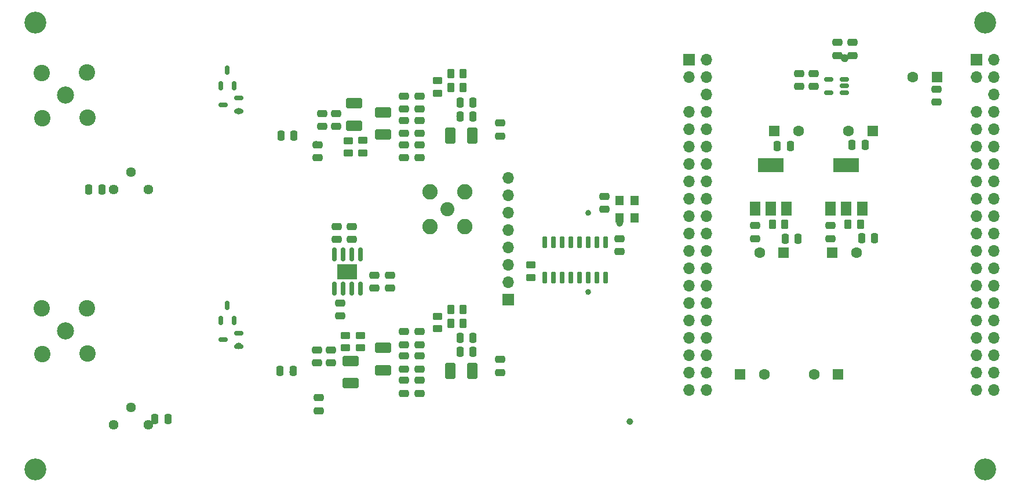
<source format=gbr>
%TF.GenerationSoftware,KiCad,Pcbnew,8.0.2*%
%TF.CreationDate,2024-10-09T13:35:06+01:00*%
%TF.ProjectId,MISRC V1.5,4d495352-4320-4563-912e-352e6b696361,0.3*%
%TF.SameCoordinates,Original*%
%TF.FileFunction,Soldermask,Bot*%
%TF.FilePolarity,Negative*%
%FSLAX46Y46*%
G04 Gerber Fmt 4.6, Leading zero omitted, Abs format (unit mm)*
G04 Created by KiCad (PCBNEW 8.0.2) date 2024-10-09 13:35:06*
%MOMM*%
%LPD*%
G01*
G04 APERTURE LIST*
G04 Aperture macros list*
%AMRoundRect*
0 Rectangle with rounded corners*
0 $1 Rounding radius*
0 $2 $3 $4 $5 $6 $7 $8 $9 X,Y pos of 4 corners*
0 Add a 4 corners polygon primitive as box body*
4,1,4,$2,$3,$4,$5,$6,$7,$8,$9,$2,$3,0*
0 Add four circle primitives for the rounded corners*
1,1,$1+$1,$2,$3*
1,1,$1+$1,$4,$5*
1,1,$1+$1,$6,$7*
1,1,$1+$1,$8,$9*
0 Add four rect primitives between the rounded corners*
20,1,$1+$1,$2,$3,$4,$5,0*
20,1,$1+$1,$4,$5,$6,$7,0*
20,1,$1+$1,$6,$7,$8,$9,0*
20,1,$1+$1,$8,$9,$2,$3,0*%
G04 Aperture macros list end*
%ADD10C,0.476609*%
%ADD11C,0.434210*%
%ADD12C,0.150000*%
%ADD13C,0.598634*%
%ADD14R,1.600000X1.600000*%
%ADD15C,1.600000*%
%ADD16R,1.700000X1.700000*%
%ADD17O,1.700000X1.700000*%
%ADD18C,3.200000*%
%ADD19C,2.050000*%
%ADD20C,2.250000*%
%ADD21C,1.440000*%
%ADD22C,2.500000*%
%ADD23C,2.400000*%
%ADD24RoundRect,0.250000X-0.250000X-0.475000X0.250000X-0.475000X0.250000X0.475000X-0.250000X0.475000X0*%
%ADD25RoundRect,0.250001X-0.924999X0.499999X-0.924999X-0.499999X0.924999X-0.499999X0.924999X0.499999X0*%
%ADD26RoundRect,0.250000X-0.475000X0.250000X-0.475000X-0.250000X0.475000X-0.250000X0.475000X0.250000X0*%
%ADD27RoundRect,0.250000X0.475000X-0.250000X0.475000X0.250000X-0.475000X0.250000X-0.475000X-0.250000X0*%
%ADD28R,1.200000X1.400000*%
%ADD29RoundRect,0.150000X0.150000X-0.512500X0.150000X0.512500X-0.150000X0.512500X-0.150000X-0.512500X0*%
%ADD30RoundRect,0.250000X-0.450000X0.262500X-0.450000X-0.262500X0.450000X-0.262500X0.450000X0.262500X0*%
%ADD31RoundRect,0.250000X-0.262500X-0.450000X0.262500X-0.450000X0.262500X0.450000X-0.262500X0.450000X0*%
%ADD32RoundRect,0.250000X0.262500X0.450000X-0.262500X0.450000X-0.262500X-0.450000X0.262500X-0.450000X0*%
%ADD33R,1.500000X2.000000*%
%ADD34R,3.800000X2.000000*%
%ADD35RoundRect,0.150000X0.150000X-0.825000X0.150000X0.825000X-0.150000X0.825000X-0.150000X-0.825000X0*%
%ADD36R,3.000000X2.290000*%
%ADD37RoundRect,0.250001X0.924999X-0.499999X0.924999X0.499999X-0.924999X0.499999X-0.924999X-0.499999X0*%
%ADD38RoundRect,0.250000X0.250000X0.475000X-0.250000X0.475000X-0.250000X-0.475000X0.250000X-0.475000X0*%
%ADD39RoundRect,0.250000X0.450000X-0.262500X0.450000X0.262500X-0.450000X0.262500X-0.450000X-0.262500X0*%
%ADD40RoundRect,0.250001X-0.499999X-0.924999X0.499999X-0.924999X0.499999X0.924999X-0.499999X0.924999X0*%
%ADD41RoundRect,0.150000X0.512500X0.150000X-0.512500X0.150000X-0.512500X-0.150000X0.512500X-0.150000X0*%
%ADD42RoundRect,0.150000X0.150000X-0.725000X0.150000X0.725000X-0.150000X0.725000X-0.150000X-0.725000X0*%
G04 APERTURE END LIST*
D10*
X102092304Y-117983000D02*
G75*
G02*
X101615696Y-117983000I-238304J0D01*
G01*
X101615696Y-117983000D02*
G75*
G02*
X102092304Y-117983000I238304J0D01*
G01*
D11*
X145251105Y-94742000D02*
G75*
G02*
X144816895Y-94742000I-217105J0D01*
G01*
X144816895Y-94742000D02*
G75*
G02*
X145251105Y-94742000I217105J0D01*
G01*
D12*
X126639609Y-80645000D02*
G75*
G02*
X125836391Y-80645000I-401609J0D01*
G01*
X125836391Y-80645000D02*
G75*
G02*
X126639609Y-80645000I401609J0D01*
G01*
X132862609Y-81534000D02*
G75*
G02*
X132059391Y-81534000I-401609J0D01*
G01*
X132059391Y-81534000D02*
G75*
G02*
X132862609Y-81534000I401609J0D01*
G01*
D10*
X94197695Y-114173000D02*
G75*
G02*
X93721087Y-114173000I-238304J0D01*
G01*
X93721087Y-114173000D02*
G75*
G02*
X94197695Y-114173000I238304J0D01*
G01*
D12*
X123444000Y-77216000D02*
G75*
G02*
X122682000Y-77216000I-381000J0D01*
G01*
X122682000Y-77216000D02*
G75*
G02*
X123444000Y-77216000I381000J0D01*
G01*
D11*
X145251105Y-106299000D02*
G75*
G02*
X144816895Y-106299000I-217105J0D01*
G01*
X144816895Y-106299000D02*
G75*
G02*
X145251105Y-106299000I217105J0D01*
G01*
D10*
X151347695Y-125222000D02*
G75*
G02*
X150871087Y-125222000I-238304J0D01*
G01*
X150871087Y-125222000D02*
G75*
G02*
X151347695Y-125222000I238304J0D01*
G01*
X105521304Y-84709000D02*
G75*
G02*
X105044696Y-84709000I-238304J0D01*
G01*
X105044696Y-84709000D02*
G75*
G02*
X105521304Y-84709000I238304J0D01*
G01*
X94197695Y-79883000D02*
G75*
G02*
X93721087Y-79883000I-238304J0D01*
G01*
X93721087Y-79883000D02*
G75*
G02*
X94197695Y-79883000I238304J0D01*
G01*
X149864913Y-96266000D02*
G75*
G02*
X149388305Y-96266000I-238304J0D01*
G01*
X149388305Y-96266000D02*
G75*
G02*
X149864913Y-96266000I238304J0D01*
G01*
D13*
X182798317Y-72136000D02*
G75*
G02*
X182199683Y-72136000I-299317J0D01*
G01*
X182199683Y-72136000D02*
G75*
G02*
X182798317Y-72136000I299317J0D01*
G01*
D14*
%TO.C,C19*%
X181554000Y-118364000D03*
D15*
X178054000Y-118364000D03*
%TD*%
D16*
%TO.C,J2*%
X133350000Y-107442000D03*
D17*
X133350000Y-104902000D03*
X133350000Y-102362000D03*
X133350000Y-99822000D03*
X133350000Y-97282000D03*
X133350000Y-94742000D03*
X133350000Y-92202000D03*
X133350000Y-89662000D03*
%TD*%
D18*
%TO.C,H3*%
X203073000Y-132207000D03*
%TD*%
D16*
%TO.C,J3*%
X201803000Y-72390000D03*
D17*
X204343000Y-72390000D03*
X201803000Y-74930000D03*
X204343000Y-74930000D03*
X204343000Y-77470000D03*
X201803000Y-80010000D03*
X204343000Y-80010000D03*
X201803000Y-82550000D03*
X204343000Y-82550000D03*
X201803000Y-85090000D03*
X204343000Y-85090000D03*
X201803000Y-87630000D03*
X204343000Y-87630000D03*
X201803000Y-90170000D03*
X204343000Y-90170000D03*
X201803000Y-92710000D03*
X204343000Y-92710000D03*
X201803000Y-95250000D03*
X204343000Y-95250000D03*
X201803000Y-97790000D03*
X204343000Y-97790000D03*
X201803000Y-100330000D03*
X204343000Y-100330000D03*
X201803000Y-102870000D03*
X204343000Y-102870000D03*
X201803000Y-105410000D03*
X204343000Y-105410000D03*
X201803000Y-107950000D03*
X204343000Y-107950000D03*
X201803000Y-110490000D03*
X204343000Y-110490000D03*
X201803000Y-113030000D03*
X204343000Y-113030000D03*
X201803000Y-115570000D03*
X204343000Y-115570000D03*
X201803000Y-118110000D03*
X204343000Y-118110000D03*
X201803000Y-120650000D03*
X204343000Y-120650000D03*
%TD*%
D19*
%TO.C,J1*%
X124460000Y-94234000D03*
D20*
X121920000Y-91694000D03*
X121920000Y-96774000D03*
X127000000Y-91694000D03*
X127000000Y-96774000D03*
%TD*%
D21*
%TO.C,RV201*%
X75692000Y-91313000D03*
X78232000Y-88773000D03*
X80772000Y-91313000D03*
%TD*%
D14*
%TO.C,C17*%
X180721000Y-100584000D03*
D15*
X184221000Y-100584000D03*
%TD*%
D14*
%TO.C,C11*%
X186564651Y-82804000D03*
D15*
X183064651Y-82804000D03*
%TD*%
D18*
%TO.C,H2*%
X64262000Y-132207000D03*
%TD*%
D22*
%TO.C,J201*%
X68640000Y-77550000D03*
D23*
X65200000Y-74270000D03*
X71800000Y-74260000D03*
X65240000Y-80950000D03*
X71850000Y-80840000D03*
%TD*%
D14*
%TO.C,C10*%
X172240000Y-82801000D03*
D15*
X175740000Y-82801000D03*
%TD*%
D14*
%TO.C,C6*%
X195962651Y-74930000D03*
D15*
X192462651Y-74930000D03*
%TD*%
D14*
%TO.C,C18*%
X167259000Y-118364000D03*
D15*
X170759000Y-118364000D03*
%TD*%
D18*
%TO.C,H1*%
X64262000Y-66929000D03*
%TD*%
D22*
%TO.C,J201*%
X68645000Y-111960000D03*
D23*
X65205000Y-108680000D03*
X71805000Y-108670000D03*
X65245000Y-115360000D03*
X71855000Y-115250000D03*
%TD*%
D14*
%TO.C,C16*%
X173609000Y-100584000D03*
D15*
X170109000Y-100584000D03*
%TD*%
D18*
%TO.C,H4*%
X203073000Y-66929000D03*
%TD*%
D21*
%TO.C,RV101*%
X75707000Y-125685000D03*
X78247000Y-123145000D03*
X80787000Y-125685000D03*
%TD*%
D16*
%TO.C,J4*%
X159800000Y-72390000D03*
D17*
X162340000Y-72390000D03*
X159800000Y-74930000D03*
X162340000Y-74930000D03*
X162340000Y-77470000D03*
X159800000Y-80010000D03*
X162340000Y-80010000D03*
X159800000Y-82550000D03*
X162340000Y-82550000D03*
X159800000Y-85090000D03*
X162340000Y-85090000D03*
X159800000Y-87630000D03*
X162340000Y-87630000D03*
X159800000Y-90170000D03*
X162340000Y-90170000D03*
X159800000Y-92710000D03*
X162340000Y-92710000D03*
X159800000Y-95250000D03*
X162340000Y-95250000D03*
X159800000Y-97790000D03*
X162340000Y-97790000D03*
X159800000Y-100330000D03*
X162340000Y-100330000D03*
X159800000Y-102870000D03*
X162340000Y-102870000D03*
X159800000Y-105410000D03*
X162340000Y-105410000D03*
X159800000Y-107950000D03*
X162340000Y-107950000D03*
X159800000Y-110490000D03*
X162340000Y-110490000D03*
X159800000Y-113030000D03*
X162340000Y-113030000D03*
X159800000Y-115570000D03*
X162340000Y-115570000D03*
X159800000Y-118110000D03*
X162340000Y-118110000D03*
X159800000Y-120650000D03*
X162340000Y-120650000D03*
%TD*%
D24*
%TO.C,C122*%
X100015000Y-117856000D03*
X101915000Y-117856000D03*
%TD*%
D25*
%TO.C,C102*%
X110363000Y-116358000D03*
X110363000Y-119608000D03*
%TD*%
D26*
%TO.C,C226*%
X132207000Y-81600000D03*
X132207000Y-83500000D03*
%TD*%
D27*
%TO.C,C221*%
X118097000Y-83119000D03*
X118097000Y-81219000D03*
%TD*%
D26*
%TO.C,C20*%
X169418000Y-96586000D03*
X169418000Y-98486000D03*
%TD*%
%TO.C,C8*%
X175831500Y-74361000D03*
X175831500Y-76261000D03*
%TD*%
D28*
%TO.C,X1*%
X149649000Y-95504000D03*
X149649000Y-92964000D03*
X151849000Y-92964000D03*
X151849000Y-95504000D03*
%TD*%
D29*
%TO.C,Q202*%
X93279000Y-76194500D03*
X91379000Y-76194500D03*
X92329000Y-73919500D03*
%TD*%
D30*
%TO.C,R204*%
X112141000Y-84154000D03*
X112141000Y-85979000D03*
%TD*%
D27*
%TO.C,C22*%
X108839000Y-109789000D03*
X108839000Y-107889000D03*
%TD*%
D26*
%TO.C,C21*%
X180467000Y-96586000D03*
X180467000Y-98486000D03*
%TD*%
D31*
%TO.C,R5*%
X182983500Y-96393000D03*
X184808500Y-96393000D03*
%TD*%
D32*
%TO.C,R126*%
X126769500Y-110871000D03*
X124944500Y-110871000D03*
%TD*%
D26*
%TO.C,C114*%
X120396000Y-112080000D03*
X120396000Y-113980000D03*
%TD*%
D24*
%TO.C,C216*%
X126291000Y-80645000D03*
X128191000Y-80645000D03*
%TD*%
D32*
%TO.C,R226*%
X126756500Y-76454000D03*
X124931500Y-76454000D03*
%TD*%
D26*
%TO.C,C213*%
X118097000Y-77663000D03*
X118097000Y-79563000D03*
%TD*%
%TO.C,C7*%
X195961000Y-76647000D03*
X195961000Y-78547000D03*
%TD*%
D33*
%TO.C,Q2*%
X185053000Y-94082000D03*
X182753000Y-94082000D03*
D34*
X182753000Y-87782000D03*
D33*
X180453000Y-94082000D03*
%TD*%
D24*
%TO.C,C15*%
X184978000Y-98425000D03*
X186878000Y-98425000D03*
%TD*%
D27*
%TO.C,C112*%
X118110000Y-121092000D03*
X118110000Y-119192000D03*
%TD*%
%TO.C,C31*%
X147447000Y-94234000D03*
X147447000Y-92334000D03*
%TD*%
D29*
%TO.C,Q102*%
X93279000Y-110490000D03*
X91379000Y-110490000D03*
X92329000Y-108215000D03*
%TD*%
D26*
%TO.C,C223*%
X105537000Y-84775000D03*
X105537000Y-86675000D03*
%TD*%
%TO.C,C214*%
X120383000Y-77663000D03*
X120383000Y-79563000D03*
%TD*%
D35*
%TO.C,U7*%
X111748000Y-105788000D03*
X110478000Y-105788000D03*
X109208000Y-105788000D03*
X107938000Y-105788000D03*
X107938000Y-100838000D03*
X109208000Y-100838000D03*
X110478000Y-100838000D03*
X111748000Y-100838000D03*
D36*
X109843000Y-103313000D03*
%TD*%
D37*
%TO.C,C217*%
X115049000Y-83286000D03*
X115049000Y-80036000D03*
%TD*%
D24*
%TO.C,C14*%
X173802000Y-98552000D03*
X175702000Y-98552000D03*
%TD*%
D30*
%TO.C,R125*%
X123063000Y-109831500D03*
X123063000Y-111656500D03*
%TD*%
D24*
%TO.C,C115*%
X126304000Y-113030000D03*
X128204000Y-113030000D03*
%TD*%
D27*
%TO.C,C111*%
X120396000Y-121092000D03*
X120396000Y-119192000D03*
%TD*%
D32*
%TO.C,R224*%
X126756500Y-74422000D03*
X124931500Y-74422000D03*
%TD*%
D38*
%TO.C,C29*%
X73975000Y-91313000D03*
X72075000Y-91313000D03*
%TD*%
D27*
%TO.C,C204*%
X106172000Y-82103000D03*
X106172000Y-80203000D03*
%TD*%
D33*
%TO.C,Q1*%
X174004000Y-94082000D03*
X171704000Y-94082000D03*
D34*
X171704000Y-87782000D03*
D33*
X169404000Y-94082000D03*
%TD*%
D24*
%TO.C,C116*%
X126304000Y-115062000D03*
X128204000Y-115062000D03*
%TD*%
D27*
%TO.C,C211*%
X120383000Y-86675000D03*
X120383000Y-84775000D03*
%TD*%
D26*
%TO.C,C113*%
X118110000Y-112080000D03*
X118110000Y-113980000D03*
%TD*%
D30*
%TO.C,R225*%
X123050000Y-75414500D03*
X123050000Y-77239500D03*
%TD*%
D32*
%TO.C,R124*%
X126769500Y-108839000D03*
X124944500Y-108839000D03*
%TD*%
D24*
%TO.C,C12*%
X172659000Y-84963000D03*
X174559000Y-84963000D03*
%TD*%
D26*
%TO.C,C126*%
X132207000Y-116144000D03*
X132207000Y-118044000D03*
%TD*%
D39*
%TO.C,R104*%
X111760000Y-114450500D03*
X111760000Y-112625500D03*
%TD*%
D27*
%TO.C,C220*%
X120383000Y-83119000D03*
X120383000Y-81219000D03*
%TD*%
D26*
%TO.C,C23*%
X110490000Y-96713000D03*
X110490000Y-98613000D03*
%TD*%
D37*
%TO.C,C117*%
X115062000Y-117703000D03*
X115062000Y-114453000D03*
%TD*%
D40*
%TO.C,C110*%
X124867000Y-117856000D03*
X128117000Y-117856000D03*
%TD*%
D41*
%TO.C,U6*%
X182430000Y-75250000D03*
X182430000Y-76200000D03*
X182430000Y-77150000D03*
X180155000Y-77150000D03*
X180155000Y-75250000D03*
%TD*%
D26*
%TO.C,C27*%
X181483000Y-69850000D03*
X181483000Y-71750000D03*
%TD*%
D31*
%TO.C,R4*%
X171934500Y-96393000D03*
X173759500Y-96393000D03*
%TD*%
D37*
%TO.C,C202*%
X110871000Y-81990000D03*
X110871000Y-78740000D03*
%TD*%
D41*
%TO.C,Q101*%
X93974500Y-112334000D03*
X93974500Y-114234000D03*
X91699500Y-113284000D03*
%TD*%
D42*
%TO.C,U1*%
X147574000Y-104175000D03*
X146304000Y-104175000D03*
X145034000Y-104175000D03*
X143764000Y-104175000D03*
X142494000Y-104175000D03*
X141224000Y-104175000D03*
X139954000Y-104175000D03*
X138684000Y-104175000D03*
X138684000Y-99025000D03*
X139954000Y-99025000D03*
X141224000Y-99025000D03*
X142494000Y-99025000D03*
X143764000Y-99025000D03*
X145034000Y-99025000D03*
X146304000Y-99025000D03*
X147574000Y-99025000D03*
%TD*%
D27*
%TO.C,C104*%
X105410000Y-116647000D03*
X105410000Y-114747000D03*
%TD*%
D39*
%TO.C,R1*%
X136652000Y-104163500D03*
X136652000Y-102338500D03*
%TD*%
%TO.C,R205*%
X109982000Y-86002500D03*
X109982000Y-84177500D03*
%TD*%
D26*
%TO.C,C28*%
X183642000Y-69850000D03*
X183642000Y-71750000D03*
%TD*%
D41*
%TO.C,Q201*%
X93980000Y-77978000D03*
X93980000Y-79878000D03*
X91705000Y-78928000D03*
%TD*%
D27*
%TO.C,C212*%
X118097000Y-86675000D03*
X118097000Y-84775000D03*
%TD*%
D26*
%TO.C,C5*%
X149606000Y-98491000D03*
X149606000Y-100391000D03*
%TD*%
D27*
%TO.C,C120*%
X120396000Y-117536000D03*
X120396000Y-115636000D03*
%TD*%
%TO.C,C203*%
X108204000Y-82103000D03*
X108204000Y-80203000D03*
%TD*%
D24*
%TO.C,C13*%
X183581000Y-84836000D03*
X185481000Y-84836000D03*
%TD*%
D27*
%TO.C,C103*%
X107442000Y-116647000D03*
X107442000Y-114747000D03*
%TD*%
D24*
%TO.C,C215*%
X126291000Y-78613000D03*
X128191000Y-78613000D03*
%TD*%
D26*
%TO.C,C123*%
X105664000Y-121732000D03*
X105664000Y-123632000D03*
%TD*%
D24*
%TO.C,C222*%
X100142000Y-83439000D03*
X102042000Y-83439000D03*
%TD*%
D27*
%TO.C,C121*%
X118110000Y-117536000D03*
X118110000Y-115636000D03*
%TD*%
D40*
%TO.C,C210*%
X124854000Y-83439000D03*
X128104000Y-83439000D03*
%TD*%
D27*
%TO.C,C25*%
X116078000Y-105725000D03*
X116078000Y-103825000D03*
%TD*%
D24*
%TO.C,C30*%
X81727000Y-124841000D03*
X83627000Y-124841000D03*
%TD*%
D30*
%TO.C,R105*%
X109601000Y-112625500D03*
X109601000Y-114450500D03*
%TD*%
D26*
%TO.C,C9*%
X177990500Y-74361000D03*
X177990500Y-76261000D03*
%TD*%
D27*
%TO.C,C26*%
X113792000Y-105725000D03*
X113792000Y-103825000D03*
%TD*%
%TO.C,C24*%
X108331000Y-98613000D03*
X108331000Y-96713000D03*
%TD*%
M02*

</source>
